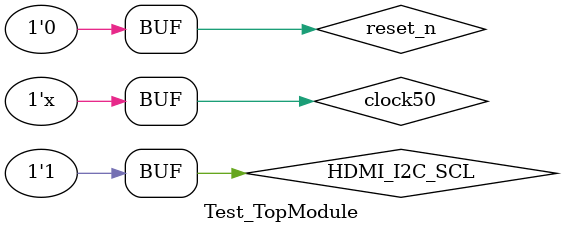
<source format=sv>
`timescale 1ns/100ps
module Test_TopModule;

  // Parameters
  parameter TIME_PERIOD = 10; // Time period for clock generation

  // Inputs
  logic clock50;
  logic reset_n;

  // Outputs
  logic HDMI_I2S0, HDMI_MCLK, HDMI_LRCLK, HDMI_SCLK;
  logic [23:0] HDMI_TX_D;
  logic HDMI_TX_VS, HDMI_TX_HS, HDMI_TX_DE, HDMI_TX_CLK;
  logic HDMI_TX_INT;
  logic HDMI_I2C_SDA;
  logic HDMI_I2C_SCL;
  logic READY;

  // Instantiate the top module
  TopModule uut (
    .clock50(clock50),
    .reset_n(reset_n),
    .HDMI_I2S0(HDMI_I2S0),
    .HDMI_MCLK(HDMI_MCLK),
    .HDMI_LRCLK(HDMI_LRCLK),
    .HDMI_SCLK(HDMI_SCLK),
    .HDMI_TX_D(HDMI_TX_D),
    .HDMI_TX_VS(HDMI_TX_VS),
    .HDMI_TX_HS(HDMI_TX_HS),
    .HDMI_TX_DE(HDMI_TX_DE),
    .HDMI_TX_CLK(HDMI_TX_CLK),
    .HDMI_TX_INT(HDMI_TX_INT),
    .HDMI_I2C_SDA(HDMI_I2C_SDA),
    .HDMI_I2C_SCL(HDMI_I2C_SCL),
    .READY(READY)
  );

  // Clock generation
  always begin
    #5 clock50 = ~clock50;
  end

  // Initial block
  initial begin
    // Initialize inputs
    clock50 = 0;
    reset_n = 1;
    HDMI_I2C_SCL = 1;
	 #13;

    // Apply a reset
    #10 reset_n = 0;
  end

endmodule

</source>
